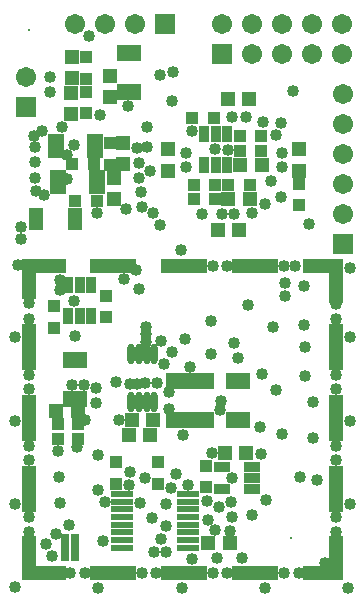
<source format=gbs>
G04 Layer_Color=16711935*
%FSLAX24Y24*%
%MOIN*%
G70*
G01*
G75*
%ADD88R,0.0434X0.0434*%
%ADD89R,0.0533X0.0789*%
%ADD90R,0.0454X0.0474*%
%ADD92R,0.0434X0.0434*%
%ADD105R,0.0474X0.0454*%
%ADD107R,0.0324X0.0560*%
%ADD108R,0.0474X0.1576*%
%ADD109R,0.1486X0.0474*%
%ADD110R,0.0474X0.1486*%
%ADD111R,0.0474X0.1356*%
%ADD112R,0.1356X0.0474*%
%ADD113R,0.1576X0.0474*%
%ADD114R,0.0671X0.0671*%
%ADD115C,0.0671*%
%ADD116R,0.0671X0.0671*%
%ADD117C,0.0080*%
%ADD118C,0.0400*%
%ADD119R,0.0257X0.0257*%
%ADD120R,0.0257X0.0198*%
%ADD121R,0.0560X0.0324*%
%ADD122R,0.0730X0.0198*%
%ADD123R,0.0789X0.0533*%
%ADD124O,0.0257X0.0671*%
%ADD125R,0.0513X0.0749*%
%ADD126R,0.0434X0.0395*%
D88*
X16084Y25814D02*
D03*
X16792D02*
D03*
X16842Y23104D02*
D03*
X16134D02*
D03*
X16842Y23574D02*
D03*
X16134D02*
D03*
X17992D02*
D03*
X17284D02*
D03*
X18386Y24724D02*
D03*
X17677D02*
D03*
Y25197D02*
D03*
X18386D02*
D03*
X12793Y24265D02*
D03*
X12084D02*
D03*
X12184Y23055D02*
D03*
X12893D02*
D03*
D89*
X11539Y24875D02*
D03*
X12838D02*
D03*
X11589Y23665D02*
D03*
X12888D02*
D03*
D90*
X17684Y24244D02*
D03*
X18392D02*
D03*
X17284Y23104D02*
D03*
X17992D02*
D03*
X17167Y14629D02*
D03*
X17876D02*
D03*
X17642Y22064D02*
D03*
X16934D02*
D03*
X17323Y11643D02*
D03*
X16614D02*
D03*
X12254Y16050D02*
D03*
X11546D02*
D03*
X14064Y15750D02*
D03*
X14773D02*
D03*
X13974Y15230D02*
D03*
X14683D02*
D03*
X17274Y26454D02*
D03*
X17982D02*
D03*
D92*
X16552Y13495D02*
D03*
Y14203D02*
D03*
X13328Y24969D02*
D03*
Y24260D02*
D03*
X12526Y26669D02*
D03*
Y25961D02*
D03*
X12536Y27121D02*
D03*
Y27829D02*
D03*
X13189Y19892D02*
D03*
Y19183D02*
D03*
X11457Y19528D02*
D03*
Y18819D02*
D03*
X14921Y13622D02*
D03*
Y14331D02*
D03*
X13543Y13622D02*
D03*
Y14331D02*
D03*
X19646Y22913D02*
D03*
Y23622D02*
D03*
D105*
X13336Y26511D02*
D03*
Y27219D02*
D03*
X19628Y24769D02*
D03*
Y24060D02*
D03*
X15258D02*
D03*
Y24769D02*
D03*
X13468Y23100D02*
D03*
Y23809D02*
D03*
X13778Y24270D02*
D03*
Y24979D02*
D03*
X12036Y25951D02*
D03*
Y26659D02*
D03*
X12066Y27839D02*
D03*
Y27131D02*
D03*
D107*
X16484Y24239D02*
D03*
Y25270D02*
D03*
X16858Y24239D02*
D03*
Y25270D02*
D03*
X17232D02*
D03*
Y24239D02*
D03*
X12697Y19218D02*
D03*
Y20250D02*
D03*
X12323D02*
D03*
Y19218D02*
D03*
X11949Y20250D02*
D03*
Y19218D02*
D03*
D108*
X20870Y18177D02*
D03*
Y15815D02*
D03*
Y13453D02*
D03*
X10630D02*
D03*
Y15815D02*
D03*
Y18177D02*
D03*
D109*
X11136Y20870D02*
D03*
Y10630D02*
D03*
D110*
X20870Y20364D02*
D03*
Y11136D02*
D03*
X10630D02*
D03*
D111*
Y20429D02*
D03*
D112*
X20429Y20870D02*
D03*
Y10630D02*
D03*
D113*
X13453Y20870D02*
D03*
X15815D02*
D03*
X18177D02*
D03*
Y10630D02*
D03*
X15815D02*
D03*
X13453D02*
D03*
D114*
X10551Y26181D02*
D03*
X21102Y21614D02*
D03*
D115*
X10551Y27181D02*
D03*
X14157Y28937D02*
D03*
X13157D02*
D03*
X12157D02*
D03*
X17063D02*
D03*
X18063Y27937D02*
D03*
Y28937D02*
D03*
X19063Y27937D02*
D03*
Y28937D02*
D03*
X20063Y27937D02*
D03*
Y28937D02*
D03*
X21063Y27937D02*
D03*
Y28937D02*
D03*
X21102Y22614D02*
D03*
Y23614D02*
D03*
Y24614D02*
D03*
Y25614D02*
D03*
Y26614D02*
D03*
D116*
X15157Y28937D02*
D03*
X17063Y27937D02*
D03*
D117*
X10630Y28740D02*
D03*
X19370Y11811D02*
D03*
D118*
X12940Y14570D02*
D03*
X14670Y24060D02*
D03*
X12520Y15760D02*
D03*
X12860Y16320D02*
D03*
X12870Y16820D02*
D03*
X11650Y13840D02*
D03*
X11660Y12990D02*
D03*
X11980Y12260D02*
D03*
X16060Y11120D02*
D03*
X16920Y11140D02*
D03*
X17740Y11150D02*
D03*
X18070Y12580D02*
D03*
X17370Y13020D02*
D03*
X20510Y10990D02*
D03*
X20240Y13750D02*
D03*
X19060Y15280D02*
D03*
X20100Y15150D02*
D03*
Y16350D02*
D03*
X18420Y17270D02*
D03*
X19830Y17200D02*
D03*
X19800Y18920D02*
D03*
X19810Y20210D02*
D03*
X16720Y17940D02*
D03*
Y19030D02*
D03*
X11610Y14710D02*
D03*
X10630Y14400D02*
D03*
X12250Y14850D02*
D03*
X19450Y26700D02*
D03*
X19050Y25650D02*
D03*
X15450Y27350D02*
D03*
X12650Y28550D02*
D03*
X19961Y22283D02*
D03*
X18858Y25236D02*
D03*
X18425Y25669D02*
D03*
X14567Y24833D02*
D03*
X19124Y20870D02*
D03*
X16408Y22614D02*
D03*
X17478D02*
D03*
X19666Y13845D02*
D03*
X18522Y13079D02*
D03*
X16742Y14629D02*
D03*
X17402Y13819D02*
D03*
X12059Y16920D02*
D03*
X13112Y11703D02*
D03*
X14288Y23815D02*
D03*
X12888Y22645D02*
D03*
X12128Y24905D02*
D03*
X14238Y24825D02*
D03*
X14289Y24315D02*
D03*
X11336Y26675D02*
D03*
X11326Y27175D02*
D03*
X13926Y26195D02*
D03*
X13016Y25925D02*
D03*
X17068Y22594D02*
D03*
X15868Y24192D02*
D03*
Y24652D02*
D03*
X17855Y25852D02*
D03*
X17395D02*
D03*
X19055Y24179D02*
D03*
X15041Y11790D02*
D03*
X15211Y12210D02*
D03*
X14351Y12980D02*
D03*
X15191Y12960D02*
D03*
X14731Y12480D02*
D03*
X14994Y27242D02*
D03*
X17254Y24754D02*
D03*
X11063Y25374D02*
D03*
X11142Y23258D02*
D03*
X13858Y22776D02*
D03*
X19055Y24639D02*
D03*
X14390Y22854D02*
D03*
X14370Y23356D02*
D03*
X16073Y25374D02*
D03*
X15394Y26378D02*
D03*
X10817Y25207D02*
D03*
X10856Y23386D02*
D03*
X13630Y15729D02*
D03*
X12480Y16919D02*
D03*
X11750Y25520D02*
D03*
X16830Y24780D02*
D03*
X18720Y23710D02*
D03*
X18510Y22960D02*
D03*
X13160Y13020D02*
D03*
X21277Y10160D02*
D03*
X10160Y10167D02*
D03*
X18071Y22638D02*
D03*
X14567Y25512D02*
D03*
X10827Y24843D02*
D03*
Y24331D02*
D03*
Y23819D02*
D03*
X11890Y23780D02*
D03*
Y24567D02*
D03*
X10354Y21772D02*
D03*
Y22165D02*
D03*
X21336Y18500D02*
D03*
X20870Y17230D02*
D03*
Y19124D02*
D03*
Y16762D02*
D03*
X21336Y15723D02*
D03*
X20870Y14868D02*
D03*
Y14400D02*
D03*
X21336Y12945D02*
D03*
X20870Y12506D02*
D03*
X14200Y20730D02*
D03*
X20876Y19604D02*
D03*
X19506Y20876D02*
D03*
X10160Y12945D02*
D03*
X10630Y12506D02*
D03*
Y16762D02*
D03*
X10160Y15723D02*
D03*
X10630Y14868D02*
D03*
Y19124D02*
D03*
X10160Y18500D02*
D03*
X10630Y17230D02*
D03*
X10256Y20925D02*
D03*
X10630Y19644D02*
D03*
X20866Y12006D02*
D03*
X19644Y10630D02*
D03*
X19124D02*
D03*
X18500Y10160D02*
D03*
X17230Y10630D02*
D03*
X16762D02*
D03*
X14868D02*
D03*
X15723Y10160D02*
D03*
X10630Y12010D02*
D03*
X12020Y10630D02*
D03*
X14400D02*
D03*
X12506D02*
D03*
X12945Y10160D02*
D03*
X15763Y15236D02*
D03*
X18322Y15512D02*
D03*
X15290Y16673D02*
D03*
Y16102D02*
D03*
X15999Y17520D02*
D03*
X17023Y16378D02*
D03*
X17015Y16071D02*
D03*
X14899Y16980D02*
D03*
X14488Y16968D02*
D03*
X15354Y13465D02*
D03*
X14488Y13819D02*
D03*
X11417Y11220D02*
D03*
X11220Y11614D02*
D03*
X11535Y11929D02*
D03*
X14803Y11339D02*
D03*
X12953Y13425D02*
D03*
X13976Y13583D02*
D03*
X14016Y14016D02*
D03*
X15551Y13937D02*
D03*
X17402Y12520D02*
D03*
X18371Y14621D02*
D03*
X17598Y17795D02*
D03*
X18780Y18858D02*
D03*
X19154Y20295D02*
D03*
Y19882D02*
D03*
X19843Y18189D02*
D03*
X18858Y16732D02*
D03*
X19021Y23184D02*
D03*
X14291Y20118D02*
D03*
X13819Y20433D02*
D03*
X17953Y19567D02*
D03*
X17480Y18307D02*
D03*
X12165Y18543D02*
D03*
X11654Y20394D02*
D03*
X11654Y20079D02*
D03*
X12126Y19724D02*
D03*
X15709Y21417D02*
D03*
X14764Y22638D02*
D03*
X15010Y22250D02*
D03*
X21336Y20800D02*
D03*
X15932Y13578D02*
D03*
X16575Y13031D02*
D03*
X17323Y12037D02*
D03*
X16850Y12076D02*
D03*
X16968Y12835D02*
D03*
X16590Y12410D02*
D03*
X15200Y11350D02*
D03*
X17230Y20870D02*
D03*
X16762D02*
D03*
X13527Y17017D02*
D03*
X14230Y16960D02*
D03*
X13990D02*
D03*
X15420Y18000D02*
D03*
X15850Y18430D02*
D03*
X15140Y17620D02*
D03*
X15040Y18390D02*
D03*
X14540Y18360D02*
D03*
Y18600D02*
D03*
Y18840D02*
D03*
D119*
X12165Y11181D02*
D03*
Y11811D02*
D03*
X11840D02*
D03*
Y11181D02*
D03*
D120*
X12165Y11591D02*
D03*
Y11401D02*
D03*
X11840D02*
D03*
Y11591D02*
D03*
D121*
X17056Y13435D02*
D03*
X18087D02*
D03*
Y13809D02*
D03*
Y14183D02*
D03*
X17056D02*
D03*
D122*
X15932Y13276D02*
D03*
Y13020D02*
D03*
Y12764D02*
D03*
Y12508D02*
D03*
Y12253D02*
D03*
Y11997D02*
D03*
Y11741D02*
D03*
Y11485D02*
D03*
X13747Y13276D02*
D03*
Y13020D02*
D03*
Y12764D02*
D03*
Y12508D02*
D03*
Y12253D02*
D03*
Y11997D02*
D03*
Y11741D02*
D03*
Y11485D02*
D03*
D123*
X12169Y17749D02*
D03*
Y16450D02*
D03*
X15605Y15728D02*
D03*
Y17028D02*
D03*
X13986Y26675D02*
D03*
Y27975D02*
D03*
X16393Y17028D02*
D03*
Y15728D02*
D03*
X17613Y17028D02*
D03*
Y15728D02*
D03*
D124*
X14045Y17947D02*
D03*
X14301D02*
D03*
X14557D02*
D03*
X14813D02*
D03*
X14045Y16352D02*
D03*
X14301D02*
D03*
X14557D02*
D03*
X14813D02*
D03*
D125*
X12165Y22441D02*
D03*
X10866D02*
D03*
D126*
X11605Y15114D02*
D03*
X12255D02*
D03*
Y15606D02*
D03*
X11605D02*
D03*
M02*

</source>
